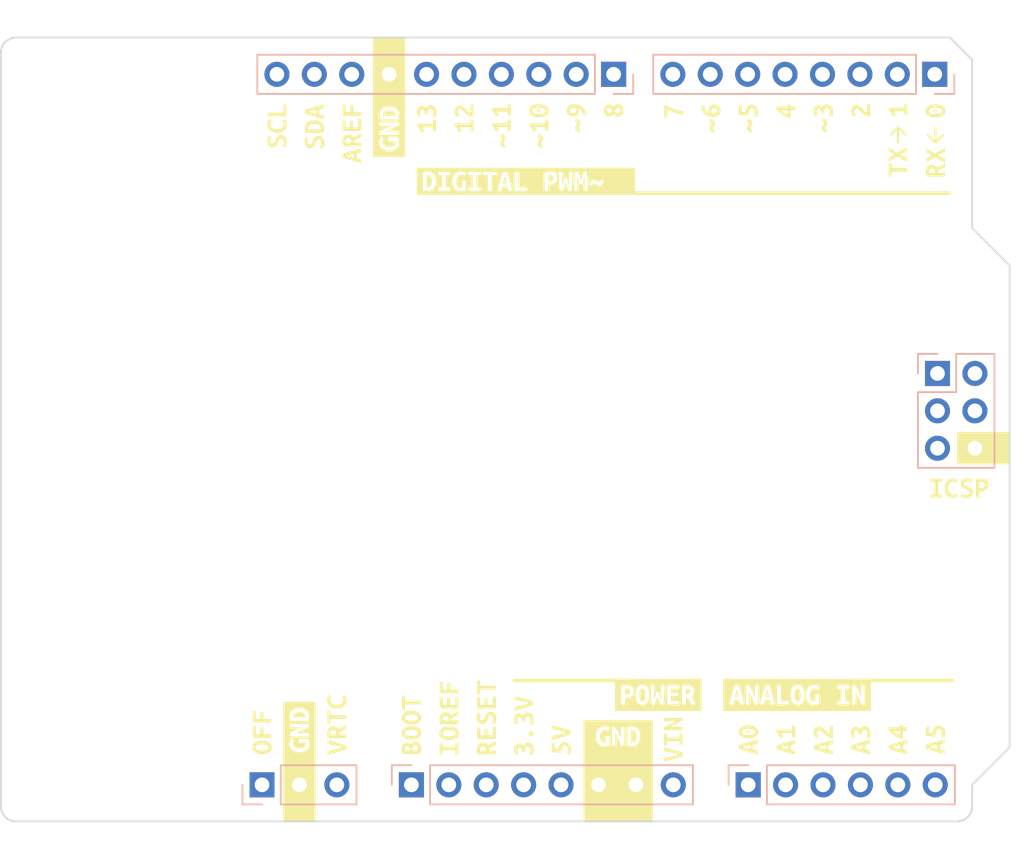
<source format=kicad_pcb>
(kicad_pcb (version 20221018) (generator pcbnew)
  (layers (0 "F.Cu" signal) (31 "B.Cu" signal) (34 "B.Paste" user) (35 "F.Paste" user) (36 "B.SilkS" user "B.Silkscreen") (37 "F.SilkS" user "F.Silkscreen") (38 "B.Mask" user) (39 "F.Mask" user) (44 "Edge.Cuts" user))
  (net 0 "")
  (net 1 "A0{slash}D14")
  (net 2 "A1{slash}D15")
  (net 3 "A2{slash}D16")
  (net 4 "A3{slash}D17")
  (net 5 "A4{slash}D18")
  (net 6 "A5{slash}D19")
  (net 7 "CIPO")
  (net 8 "+5V")
  (net 9 "RSPCKA")
  (net 10 "COPI")
  (net 11 "RESET")
  (net 12 "GND")
  (net 13 "OFF")
  (net 14 "+BATT")
  (net 15 "BOOT")
  (net 16 "IOREF")
  (net 17 "+3V3")
  (net 18 "+VSW")
  (net 19 "D8")
  (net 20 "D9~")
  (net 21 "D10~")
  (net 22 "D11~")
  (net 23 "D12")
  (net 24 "D13")
  (net 25 "AREF")
  (net 26 "D18")
  (net 27 "D19")
  (net 28 "D0")
  (net 29 "D1")
  (net 30 "D2")
  (net 31 "D3~")
  (net 32 "D4")
  (net 33 "D5~")
  (net 34 "D6~")
  (net 35 "D7")
  (footprint "kibuzzard-636465A9" (layer "F.Cu") (at 105.3084 113.7452 90)
    (fp_text reference "kibuzzard-636465A9" hide)
    (fp_text value "G***" hide)
  )
  (footprint "kibuzzard-64EA153F" (layer "F.Cu") (at 115.45 114.7064 90)
    (fp_text reference "kibuzzard-64EA153F" hide)
    (fp_text value "G***" hide)
  )
  (footprint "kibuzzard-6364669B" (layer "F.Cu") (at 125.6284 114.7358 90)
    (fp_text reference "kibuzzard-6364669B" hide)
    (fp_text value "G***" hide)
  )
  (footprint "kibuzzard-63659489" (layer "F.Cu") (at 130.7084 75.4594 90)
    (fp_text reference "kibuzzard-63659489" hide)
    (fp_text value "G***" hide)
  )
  (footprint "kibuzzard-63646507" (layer "F.Cu") (at 128.1684 71.9542 90)
    (fp_text reference "kibuzzard-63646507" hide)
    (fp_text value "G***" hide)
  )
  (footprint "kibuzzard-6364668F" (layer "F.Cu") (at 130.7084 114.7104 90)
    (fp_text reference "kibuzzard-6364668F" hide)
    (fp_text value "G***" hide)
  )
  (footprint "kibuzzard-636464C1" (layer "F.Cu") (at 115.4684 72.005 90)
    (fp_text reference "kibuzzard-636464C1" hide)
    (fp_text value "G***" hide)
  )
  (footprint "kibuzzard-64EA16B9" (layer "F.Cu") (at 111.7092 116.84)
    (fp_text reference "kibuzzard-64EA16B9" hide)
    (fp_text value "G***" hide)
  )
  (footprint "kibuzzard-64EA15CB" (layer "F.Cu") (at 118.0084 72.517 90)
    (fp_text reference "kibuzzard-64EA15CB" hide)
    (fp_text value "G***" hide)
  )
  (footprint "MountingHole:MountingHole_3.2mm_M3" (layer "F.Cu") (at 83.7184 117.7544)
    (fp_text reference "H1")
    (fp_text value "MH")
    (pad "" np_thru_hole circle (at 0 0) (size 3.2 3.2) (drill 3.2) (layers "*.Cu" "*.Mask"))
  )
  (footprint "kibuzzard-64EA1802" (layer "F.Cu") (at 92.6084 113.6904 90)
    (fp_text reference "kibuzzard-64EA1802" hide)
    (fp_text value "G***" hide)
  )
  (footprint "kibuzzard-63656678" (layer "F.Cu") (at 105.4392 76.7704)
    (fp_text reference "kibuzzard-63656678" hide)
    (fp_text value "G***" hide)
  )
  (footprint "kibuzzard-63646688" (layer "F.Cu") (at 133.2484 114.7104 90)
    (fp_text reference "kibuzzard-63646688" hide)
    (fp_text value "G***" hide)
  )
  (footprint "kibuzzard-636463E3" (layer "F.Cu") (at 111.4044 71.9542 90)
    (fp_text reference "kibuzzard-636463E3" hide)
    (fp_text value "G***" hide)
  )
  (footprint "kibuzzard-64EA1739" (layer "F.Cu") (at 96.16 71.0438 90)
    (fp_text reference "kibuzzard-64EA1739" hide)
    (fp_text value "G***" hide)
  )
  (footprint "kibuzzard-64EA162C" (layer "F.Cu") (at 98.7044 72.517 90)
    (fp_text reference "kibuzzard-64EA162C" hide)
    (fp_text value "G***" hide)
  )
  (footprint "kibuzzard-63659483" (layer "F.Cu") (at 133.2484 75.4848 90)
    (fp_text reference "kibuzzard-63659483" hide)
    (fp_text value "G***" hide)
  )
  (footprint "kibuzzard-64EA1B1D" (layer "F.Cu") (at 108.8644 72.4916 90)
    (fp_text reference "kibuzzard-64EA1B1D" hide)
    (fp_text value "G***" hide)
  )
  (footprint "kibuzzard-64EA1AE1" (layer "F.Cu") (at 97.67 113.6904 90)
    (fp_text reference "kibuzzard-64EA1AE1" hide)
    (fp_text value "G***" hide)
  )
  (footprint "kibuzzard-6364607A" (layer "F.Cu") (at 91.0844 73.0464 90)
    (fp_text reference "kibuzzard-6364607A" hide)
    (fp_text value "G***" hide)
  )
  (footprint "kibuzzard-6364651D" (layer "F.Cu") (at 133.2484 71.9796 90)
    (fp_text reference "kibuzzard-6364651D" hide)
    (fp_text value "G***" hide)
  )
  (footprint "kibuzzard-63646605" (layer "F.Cu") (at 107.8484 114.7104 90)
    (fp_text reference "kibuzzard-63646605" hide)
    (fp_text value "G***" hide)
  )
  (footprint "kibuzzard-636463C7" (layer "F.Cu") (at 106.3232 73.021 90)
    (fp_text reference "kibuzzard-636463C7" hide)
    (fp_text value "G***" hide)
  )
  (footprint "kibuzzard-6364657A" (layer "F.Cu") (at 100.2284 113.2372 90)
    (fp_text reference "kibuzzard-6364657A" hide)
    (fp_text value "G***" hide)
  )
  (footprint "MountingHole:MountingHole_3.2mm_M3" (layer "F.Cu") (at 135.7884 84.7344)
    (fp_text reference "H4")
    (fp_text value "MH")
    (pad "" np_thru_hole circle (at 0 0) (size 3.2 3.2) (drill 3.2) (layers "*.Cu" "*.Mask"))
  )
  (footprint "kibuzzard-64EA1511" (layer "F.Cu") (at 120.5484 114.7104 90)
    (fp_text reference "kibuzzard-64EA1511" hide)
    (fp_text value "G***" hide)
  )
  (footprint "MountingHole:MountingHole_3.2mm_M3" (layer "F.Cu") (at 135.7884 112.6744)
    (fp_text reference "H3")
    (fp_text value "MH")
    (pad "" np_thru_hole circle (at 0 0) (size 3.2 3.2) (drill 3.2) (layers "*.Cu" "*.Mask"))
  )
  (footprint "kibuzzard-64EA17CF" (layer "F.Cu") (at 90.0684 116.205 90)
    (fp_text reference "kibuzzard-64EA17CF" hide)
    (fp_text value "G***" hide)
  )
  (footprint "kibuzzard-6365405C" (layer "F.Cu") (at 134.8778 97.6122)
    (fp_text reference "kibuzzard-6365405C" hide)
    (fp_text value "G***" hide)
  )
  (footprint "kibuzzard-64EA1958" (layer "F.Cu") (at 87.5284 114.2238 90)
    (fp_text reference "kibuzzard-64EA1958" hide)
    (fp_text value "G***" hide)
  )
  (footprint "kibuzzard-63646593" (layer "F.Cu") (at 102.7684 113.2022 90)
    (fp_text reference "kibuzzard-63646593" hide)
    (fp_text value "G***" hide)
  )
  (footprint "kibuzzard-63646671" (layer "F.Cu") (at 123.0884 114.7358 90)
    (fp_text reference "kibuzzard-63646671" hide)
    (fp_text value "G***" hide)
  )
  (footprint "kibuzzard-63646512" (layer "F.Cu") (at 130.7084 71.9288 90)
    (fp_text reference "kibuzzard-63646512" hide)
    (fp_text value "G***" hide)
  )
  (footprint "kibuzzard-64EA1767" (layer "F.Cu") (at 125.6284 72.4916 90)
    (fp_text reference "kibuzzard-64EA1767" hide)
    (fp_text value "G***" hide)
  )
  (footprint "kibuzzard-636463B1" (layer "F.Cu") (at 103.7844 73.021 90)
    (fp_text reference "kibuzzard-636463B1" hide)
    (fp_text value "G***" hide)
  )
  (footprint "kibuzzard-636466AF" (layer "F.Cu") (at 123.8542 111.658)
    (fp_text reference "kibuzzard-636466AF" hide)
    (fp_text value "G***" hide)
  )
  (footprint "MountingHole:MountingHole_3.2mm_M3" (layer "F.Cu") (at 85 69.5)
    (fp_text reference "H2")
    (fp_text value "MH")
    (pad "" np_thru_hole circle (at 0 0) (size 3.2 3.2) (drill 3.2) (layers "*.Cu" "*.Mask"))
  )
  (footprint "kibuzzard-63646358" (layer "F.Cu") (at 114.4308 111.658)
    (fp_text reference "kibuzzard-63646358" hide)
    (fp_text value "G***" hide)
  )
  (footprint "kibuzzard-64EA1B42" (layer "F.Cu") (at 93.62 73.533 90)
    (fp_text reference "kibuzzard-64EA1B42" hide)
    (fp_text value "G***" hide)
  )
  (footprint "kibuzzard-636462BB" (layer "F.Cu") (at 101.2444 72.4876 90)
    (fp_text reference "kibuzzard-636462BB" hide)
    (fp_text value "G***" hide)
  )
  (footprint "kibuzzard-64EA177C" (layer "F.Cu") (at 120.5484 72.517 90)
    (fp_text reference "kibuzzard-64EA177C" hide)
    (fp_text value "G***" hide)
  )
  (footprint "kibuzzard-63646694" (layer "F.Cu") (at 128.1684 114.7358 90)
    (fp_text reference "kibuzzard-63646694" hide)
    (fp_text value "G***" hide)
  )
  (footprint "kibuzzard-63646068" (layer "F.Cu") (at 88.5444 73.021 90)
    (fp_text reference "kibuzzard-63646068" hide)
    (fp_text value "G***" hide)
  )
  (footprint "kibuzzard-636464E7" (layer "F.Cu") (at 123.0884 72.005 90)
    (fp_text reference "kibuzzard-636464E7" hide)
    (fp_text value "G***" hide)
  )
  (footprint "Connector_PinHeader_2.54mm:PinHeader_1x08_P2.54mm_Vertical" (layer "B.Cu") (at 97.67 117.765 -90)
    (fp_text reference "J1")
    (fp_text value "POWER1")
    (pad "1" thru_hole rect (at 0 0 270) (size 1.7 1.7) (drill 1) (layers "*.Cu" "*.Mask") (net 15 "BOOT"))
    (pad "2" thru_hole oval (at 0 -2.54 270) (size 1.7 1.7) (drill 1) (layers "*.Cu" "*.Mask") (net 16 "IOREF"))
    (pad "3" thru_hole oval (at 0 -5.08 270) (size 1.7 1.7) (drill 1) (layers "*.Cu" "*.Mask") (net 11 "RESET"))
    (pad "4" thru_hole oval (at 0 -7.62 270) (size 1.7 1.7) (drill 1) (layers "*.Cu" "*.Mask") (net 17 "+3V3"))
    (pad "5" thru_hole oval (at 0 -10.16 270) (size 1.7 1.7) (drill 1) (layers "*.Cu" "*.Mask") (net 8 "+5V"))
    (pad "6" thru_hole oval (at 0 -12.7 270) (size 1.7 1.7) (drill 1) (layers "*.Cu" "*.Mask") (net 12 "GND"))
    (pad "7" thru_hole oval (at 0 -15.24 270) (size 1.7 1.7) (drill 1) (layers "*.Cu" "*.Mask") (net 12 "GND"))
    (pad "8" thru_hole oval (at 0 -17.78 270) (size 1.7 1.7) (drill 1) (layers "*.Cu" "*.Mask") (net 18 "+VSW"))
  )
  (footprint "Connector_PinHeader_2.54mm:PinHeader_1x10_P2.54mm_Vertical" (layer "B.Cu") (at 111.4 69.5 90)
    (fp_text reference "J4")
    (fp_text value "DIGITAL2")
    (pad "1" thru_hole rect (at 0 0 90) (size 1.7 1.7) (drill 1) (layers "*.Cu" "*.Mask") (net 19 "D8"))
    (pad "2" thru_hole oval (at 0 -2.54 90) (size 1.7 1.7) (drill 1) (layers "*.Cu" "*.Mask") (net 20 "D9~"))
    (pad "3" thru_hole oval (at 0 -5.08 90) (size 1.7 1.7) (drill 1) (layers "*.Cu" "*.Mask") (net 21 "D10~"))
    (pad "4" thru_hole oval (at 0 -7.62 90) (size 1.7 1.7) (drill 1) (layers "*.Cu" "*.Mask") (net 22 "D11~"))
    (pad "5" thru_hole oval (at 0 -10.16 90) (size 1.7 1.7) (drill 1) (layers "*.Cu" "*.Mask") (net 23 "D12"))
    (pad "6" thru_hole oval (at 0 -12.7 90) (size 1.7 1.7) (drill 1) (layers "*.Cu" "*.Mask") (net 24 "D13"))
    (pad "7" thru_hole oval (at 0 -15.24 90) (size 1.7 1.7) (drill 1) (layers "*.Cu" "*.Mask") (net 12 "GND"))
    (pad "8" thru_hole oval (at 0 -17.78 90) (size 1.7 1.7) (drill 1) (layers "*.Cu" "*.Mask") (net 25 "AREF"))
    (pad "9" thru_hole oval (at 0 -20.32 90) (size 1.7 1.7) (drill 1) (layers "*.Cu" "*.Mask") (net 26 "D18"))
    (pad "10" thru_hole oval (at 0 -22.86 90) (size 1.7 1.7) (drill 1) (layers "*.Cu" "*.Mask") (net 27 "D19"))
  )
  (footprint "Connector_PinHeader_2.54mm:PinHeader_1x06_P2.54mm_Vertical" (layer "B.Cu") (at 120.535 117.765 -90)
    (fp_text reference "J2")
    (fp_text value "ANALOG")
    (pad "1" thru_hole rect (at 0 0 270) (size 1.7 1.7) (drill 1) (layers "*.Cu" "*.Mask") (net 1 "A0{slash}D14"))
    (pad "2" thru_hole oval (at 0 -2.54 270) (size 1.7 1.7) (drill 1) (layers "*.Cu" "*.Mask") (net 2 "A1{slash}D15"))
    (pad "3" thru_hole oval (at 0 -5.08 270) (size 1.7 1.7) (drill 1) (layers "*.Cu" "*.Mask") (net 3 "A2{slash}D16"))
    (pad "4" thru_hole oval (at 0 -7.62 270) (size 1.7 1.7) (drill 1) (layers "*.Cu" "*.Mask") (net 4 "A3{slash}D17"))
    (pad "5" thru_hole oval (at 0 -10.16 270) (size 1.7 1.7) (drill 1) (layers "*.Cu" "*.Mask") (net 5 "A4{slash}D18"))
    (pad "6" thru_hole oval (at 0 -12.7 270) (size 1.7 1.7) (drill 1) (layers "*.Cu" "*.Mask") (net 6 "A5{slash}D19"))
  )
  (footprint "Connector_PinSocket_2.54mm:PinSocket_2x03_P2.54mm_Vertical" (layer "B.Cu") (at 133.387 89.82 180)
    (fp_text reference "J3")
    (fp_text value "ICSP")
    (pad "1" thru_hole rect (at 0 0 180) (size 1.7 1.7) (drill 1) (layers "*.Cu" "*.Mask") (net 7 "CIPO"))
    (pad "2" thru_hole oval (at -2.54 0 180) (size 1.7 1.7) (drill 1) (layers "*.Cu" "*.Mask") (net 8 "+5V"))
    (pad "3" thru_hole oval (at 0 -2.54 180) (size 1.7 1.7) (drill 1) (layers "*.Cu" "*.Mask") (net 9 "RSPCKA"))
    (pad "4" thru_hole oval (at -2.54 -2.54 180) (size 1.7 1.7) (drill 1) (layers "*.Cu" "*.Mask") (net 10 "COPI"))
    (pad "5" thru_hole oval (at 0 -5.08 180) (size 1.7 1.7) (drill 1) (layers "*.Cu" "*.Mask") (net 11 "RESET"))
    (pad "6" thru_hole oval (at -2.54 -5.08 180) (size 1.7 1.7) (drill 1) (layers "*.Cu" "*.Mask") (net 12 "GND"))
  )
  (footprint "Connector_PinHeader_2.54mm:PinHeader_1x08_P2.54mm_Vertical" (layer "B.Cu") (at 133.2 69.5 90)
    (fp_text reference "J5")
    (fp_text value "DIGITAL1")
    (pad "1" thru_hole rect (at 0 0 90) (size 1.7 1.7) (drill 1) (layers "*.Cu" "*.Mask") (net 28 "D0"))
    (pad "2" thru_hole oval (at 0 -2.54 90) (size 1.7 1.7) (drill 1) (layers "*.Cu" "*.Mask") (net 29 "D1"))
    (pad "3" thru_hole oval (at 0 -5.08 90) (size 1.7 1.7) (drill 1) (layers "*.Cu" "*.Mask") (net 30 "D2"))
    (pad "4" thru_hole oval (at 0 -7.62 90) (size 1.7 1.7) (drill 1) (layers "*.Cu" "*.Mask") (net 31 "D3~"))
    (pad "5" thru_hole oval (at 0 -10.16 90) (size 1.7 1.7) (drill 1) (layers "*.Cu" "*.Mask") (net 32 "D4"))
    (pad "6" thru_hole oval (at 0 -12.7 90) (size 1.7 1.7) (drill 1) (layers "*.Cu" "*.Mask") (net 33 "D5~"))
    (pad "7" thru_hole oval (at 0 -15.24 90) (size 1.7 1.7) (drill 1) (layers "*.Cu" "*.Mask") (net 34 "D6~"))
    (pad "8" thru_hole oval (at 0 -17.78 90) (size 1.7 1.7) (drill 1) (layers "*.Cu" "*.Mask") (net 35 "D7"))
  )
  (footprint "Connector_PinSocket_2.54mm:PinSocket_1x03_P2.54mm_Vertical" (layer "B.Cu") (at 87.5284 117.765 -90)
    (fp_text reference "J6")
    (fp_text value "POWER2")
    (pad "1" thru_hole rect (at 0 0 270) (size 1.7 1.7) (drill 1) (layers "*.Cu" "*.Mask") (net 13 "OFF"))
    (pad "2" thru_hole oval (at 0 -2.54 270) (size 1.7 1.7) (drill 1) (layers "*.Cu" "*.Mask") (net 12 "GND"))
    (pad "3" thru_hole oval (at 0 -5.08 270) (size 1.7 1.7) (drill 1) (layers "*.Cu" "*.Mask") (net 14 "+BATT"))
  )
  (gr_line (start 112.8052 110.6866) (end 104.6712 110.6866) (stroke (width 0.25)) (layer "F.SilkS"))
  (gr_line (start 133.2484 74.1386) (end 133.7564 73.6306) (stroke (width 0.15)) (layer "F.SilkS"))
  (gr_line (start 130.7084 73.0972) (end 130.2004 73.6052) (stroke (width 0.15)) (layer "F.SilkS"))
  (gr_line (start 112.4712 77.5716) (end 134.1712 77.5716) (stroke (width 0.25)) (layer "F.SilkS"))
  (gr_line (start 133.2484 74.1386) (end 132.7404 73.6306) (stroke (width 0.15)) (layer "F.SilkS"))
  (gr_line (start 130.7084 74.1132) (end 130.7084 73.0972) (stroke (width 0.15)) (layer "F.SilkS"))
  (gr_line (start 127.7312 110.6866) (end 134.4112 110.6866) (stroke (width 0.25)) (layer "F.SilkS"))
  (gr_line (start 133.2484 73.1226) (end 133.2484 74.1386) (stroke (width 0.15)) (layer "F.SilkS"))
  (gr_line (start 130.7084 73.0972) (end 131.2164 73.6052) (stroke (width 0.15)) (layer "F.SilkS"))
  (gr_line (start 69.842318 67.740571) (end 69.926955 67.50782) (stroke (width 0.12)) (layer "Edge.Cuts"))
  (gr_line (start 69.926955 119.742179) (end 69.842318 119.509428) (stroke (width 0.12)) (layer "Edge.Cuts"))
  (gr_line (start 70.307821 120.123045) (end 70.096229 119.953771) (stroke (width 0.12)) (layer "Edge.Cuts"))
  (gr_line (start 138.284617 115.221794) (end 135.745514 117.760897) (stroke (width 0.12)) (layer "Edge.Cuts"))
  (gr_line (start 70.307821 67.148114) (end 70.540572 67.042318) (stroke (width 0.12)) (layer "Edge.Cuts"))
  (gr_line (start 135.745514 117.760897) (end 135.745514 119.255518) (stroke (width 0.12)) (layer "Edge.Cuts"))
  (gr_line (start 135.449285 119.953771) (end 135.237694 120.123045) (stroke (width 0.12)) (layer "Edge.Cuts"))
  (gr_line (start 70.096229 119.953771) (end 69.926955 119.742179) (stroke (width 0.12)) (layer "Edge.Cuts"))
  (gr_line (start 135.745514 119.255518) (end 135.703196 119.509428) (stroke (width 0.12)) (layer "Edge.Cuts"))
  (gr_line (start 135.618559 119.742179) (end 135.449285 119.953771) (stroke (width 0.12)) (layer "Edge.Cuts"))
  (gr_line (start 69.842318 119.509428) (end 69.8 119.255518) (stroke (width 0.12)) (layer "Edge.Cuts"))
  (gr_line (start 135.237694 120.123045) (end 135.004942 120.207681) (stroke (width 0.12)) (layer "Edge.Cuts"))
  (gr_line (start 70.540572 120.207681) (end 70.307821 120.123045) (stroke (width 0.12)) (layer "Edge.Cuts"))
  (gr_line (start 69.8 68.015641) (end 69.842318 67.740571) (stroke (width 0.12)) (layer "Edge.Cuts"))
  (gr_line (start 69.8 119.255518) (end 69.8 68.015641) (stroke (width 0.12)) (layer "Edge.Cuts"))
  (gr_line (start 135.745514 68.523461) (end 135.745514 79.949424) (stroke (width 0.12)) (layer "Edge.Cuts"))
  (gr_line (start 135.703196 119.509428) (end 135.618559 119.742179) (stroke (width 0.12)) (layer "Edge.Cuts"))
  (gr_line (start 138.284617 82.488527) (end 138.284617 115.221794) (stroke (width 0.12)) (layer "Edge.Cuts"))
  (gr_line (start 134.751032 120.25) (end 70.794482 120.25) (stroke (width 0.12)) (layer "Edge.Cuts"))
  (gr_line (start 70.096229 67.296228) (end 70.307821 67.148114) (stroke (width 0.12)) (layer "Edge.Cuts"))
  (gr_line (start 70.794482 120.25) (end 70.540572 120.207681) (stroke (width 0.12)) (layer "Edge.Cuts"))
  (gr_line (start 134.222052 67) (end 135.745514 68.523461) (stroke (width 0.12)) (layer "Edge.Cuts"))
  (gr_line (start 135.004942 120.207681) (end 134.751032 120.25) (stroke (width 0.12)) (layer "Edge.Cuts"))
  (gr_line (start 70.794482 67) (end 134.222052 67) (stroke (width 0.12)) (layer "Edge.Cuts"))
  (gr_line (start 135.745514 79.949424) (end 138.284617 82.488527) (stroke (width 0.12)) (layer "Edge.Cuts"))
  (gr_line (start 70.540572 67.042318) (end 70.794482 67) (stroke (width 0.12)) (layer "Edge.Cuts"))
  (gr_line (start 69.926955 67.50782) (end 70.096229 67.296228) (stroke (width 0.12)) (layer "Edge.Cuts"))
  (zone (net 0) (net_name "") (layer "F.SilkS") (connect_pads (clearance 0.5)) (min_thickness 0) (fill yes (thermal_gap 0.5) (thermal_bridge_width 0.5))
    (polygon (pts (xy 138.4808 95.9866) (xy 138.4808 93.8022) (xy 134.7216 93.8022) (xy 134.7216 95.9866)))
  )
)
</source>
